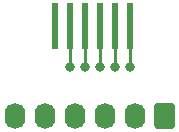
<source format=gbr>
%TF.GenerationSoftware,KiCad,Pcbnew,5.1.9+dfsg1-1*%
%TF.CreationDate,2021-12-22T14:06:06+01:00*%
%TF.ProjectId,adapter,61646170-7465-4722-9e6b-696361645f70,rev?*%
%TF.SameCoordinates,Original*%
%TF.FileFunction,Copper,L2,Bot*%
%TF.FilePolarity,Positive*%
%FSLAX46Y46*%
G04 Gerber Fmt 4.6, Leading zero omitted, Abs format (unit mm)*
G04 Created by KiCad (PCBNEW 5.1.9+dfsg1-1) date 2021-12-22 14:06:06*
%MOMM*%
%LPD*%
G01*
G04 APERTURE LIST*
%TA.AperFunction,ComponentPad*%
%ADD10O,1.740000X2.190000*%
%TD*%
%TA.AperFunction,ConnectorPad*%
%ADD11R,0.560000X4.000000*%
%TD*%
%TA.AperFunction,ViaPad*%
%ADD12C,0.800000*%
%TD*%
%TA.AperFunction,Conductor*%
%ADD13C,0.250000*%
%TD*%
G04 APERTURE END LIST*
%TO.P,J1,1*%
%TO.N,Net-(J1-Pad1)*%
%TA.AperFunction,ComponentPad*%
G36*
G01*
X141586000Y-51224999D02*
X141586000Y-52915001D01*
G75*
G02*
X141336001Y-53165000I-249999J0D01*
G01*
X140095999Y-53165000D01*
G75*
G02*
X139846000Y-52915001I0J249999D01*
G01*
X139846000Y-51224999D01*
G75*
G02*
X140095999Y-50975000I249999J0D01*
G01*
X141336001Y-50975000D01*
G75*
G02*
X141586000Y-51224999I0J-249999D01*
G01*
G37*
%TD.AperFunction*%
D10*
%TO.P,J1,2*%
%TO.N,Net-(J1-Pad2)*%
X138176000Y-52070000D03*
%TO.P,J1,3*%
%TO.N,Net-(J1-Pad3)*%
X135636000Y-52070000D03*
%TO.P,J1,4*%
%TO.N,Net-(J1-Pad4)*%
X133096000Y-52070000D03*
%TO.P,J1,5*%
%TO.N,Net-(J1-Pad5)*%
X130556000Y-52070000D03*
%TO.P,J1,6*%
%TO.N,Net-(J1-Pad6)*%
X128016000Y-52070000D03*
%TD*%
D11*
%TO.P,J2,12*%
%TO.N,Net-(J2-Pad12)*%
X131435000Y-44490000D03*
%TO.P,J2,8*%
%TO.N,Net-(J1-Pad4)*%
X133975000Y-44490000D03*
%TO.P,J2,2*%
%TO.N,Net-(J1-Pad1)*%
X137785000Y-44490000D03*
%TO.P,J2,4*%
%TO.N,Net-(J1-Pad2)*%
X136515000Y-44490000D03*
%TO.P,J2,10*%
%TO.N,Net-(J1-Pad5)*%
X132705000Y-44490000D03*
%TO.P,J2,6*%
%TO.N,Net-(J1-Pad3)*%
X135245000Y-44490000D03*
%TD*%
D12*
%TO.N,Net-(J1-Pad1)*%
X137785000Y-47889000D03*
%TO.N,Net-(J1-Pad2)*%
X136515000Y-47889000D03*
%TO.N,Net-(J1-Pad3)*%
X135245000Y-47889000D03*
%TO.N,Net-(J1-Pad4)*%
X133975000Y-47889000D03*
%TO.N,Net-(J1-Pad5)*%
X132705000Y-47889000D03*
%TD*%
D13*
%TO.N,Net-(J1-Pad1)*%
X137785000Y-44490000D02*
X137785000Y-47889000D01*
%TO.N,Net-(J1-Pad2)*%
X136515000Y-44490000D02*
X136515000Y-47889000D01*
%TO.N,Net-(J1-Pad3)*%
X135245000Y-44490000D02*
X135245000Y-47889000D01*
%TO.N,Net-(J1-Pad4)*%
X133975000Y-44490000D02*
X133975000Y-47889000D01*
%TO.N,Net-(J1-Pad5)*%
X132705000Y-44490000D02*
X132705000Y-47889000D01*
%TD*%
M02*

</source>
